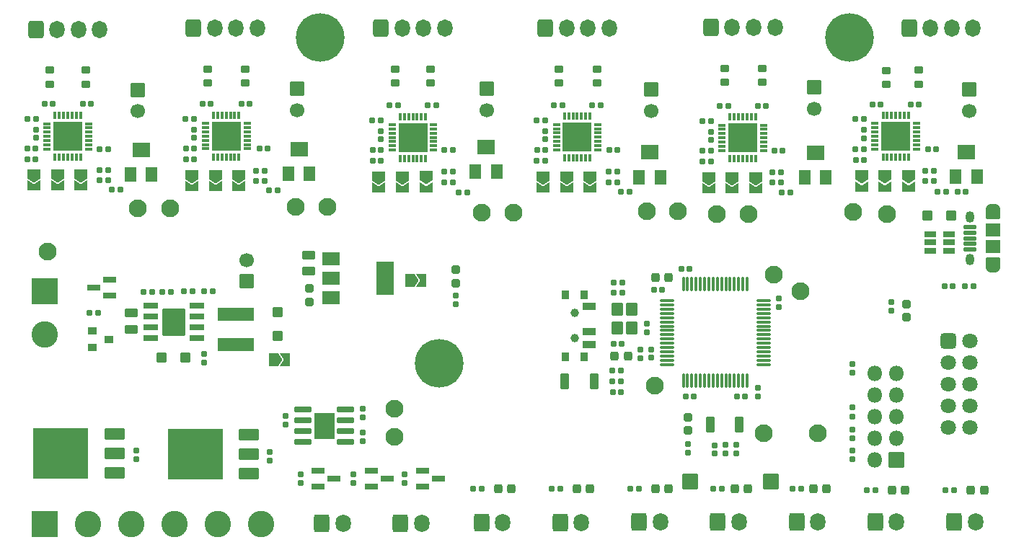
<source format=gbr>
%TF.GenerationSoftware,KiCad,Pcbnew,(6.0.0)*%
%TF.CreationDate,2022-02-28T19:19:02-05:00*%
%TF.ProjectId,MP3DP_Controller,4d503344-505f-4436-9f6e-74726f6c6c65,rev?*%
%TF.SameCoordinates,Original*%
%TF.FileFunction,Soldermask,Top*%
%TF.FilePolarity,Negative*%
%FSLAX46Y46*%
G04 Gerber Fmt 4.6, Leading zero omitted, Abs format (unit mm)*
G04 Created by KiCad (PCBNEW (6.0.0)) date 2022-02-28 19:19:02*
%MOMM*%
%LPD*%
G01*
G04 APERTURE LIST*
G04 Aperture macros list*
%AMRoundRect*
0 Rectangle with rounded corners*
0 $1 Rounding radius*
0 $2 $3 $4 $5 $6 $7 $8 $9 X,Y pos of 4 corners*
0 Add a 4 corners polygon primitive as box body*
4,1,4,$2,$3,$4,$5,$6,$7,$8,$9,$2,$3,0*
0 Add four circle primitives for the rounded corners*
1,1,$1+$1,$2,$3*
1,1,$1+$1,$4,$5*
1,1,$1+$1,$6,$7*
1,1,$1+$1,$8,$9*
0 Add four rect primitives between the rounded corners*
20,1,$1+$1,$2,$3,$4,$5,0*
20,1,$1+$1,$4,$5,$6,$7,0*
20,1,$1+$1,$6,$7,$8,$9,0*
20,1,$1+$1,$8,$9,$2,$3,0*%
%AMFreePoly0*
4,1,16,0.535355,0.785355,0.541603,0.777735,1.041603,0.027735,1.049029,-0.009806,1.041603,-0.027735,0.541603,-0.777735,0.509806,-0.799029,0.500000,-0.800000,-0.500000,-0.800000,-0.535355,-0.785355,-0.550000,-0.750000,-0.550000,0.750000,-0.535355,0.785355,-0.500000,0.800000,0.500000,0.800000,0.535355,0.785355,0.535355,0.785355,$1*%
%AMFreePoly1*
4,1,16,0.535355,0.785355,0.550000,0.750000,0.550000,-0.750000,0.535355,-0.785355,0.500000,-0.800000,-0.650000,-0.800000,-0.685355,-0.785355,-0.700000,-0.750000,-0.691603,-0.722265,-0.210093,0.000000,-0.691603,0.722265,-0.699029,0.759806,-0.677735,0.791603,-0.650000,0.800000,0.500000,0.800000,0.535355,0.785355,0.535355,0.785355,$1*%
G04 Aperture macros list end*
%ADD10RoundRect,0.190000X0.140000X0.170000X-0.140000X0.170000X-0.140000X-0.170000X0.140000X-0.170000X0*%
%ADD11C,2.100000*%
%ADD12RoundRect,0.250000X0.275000X-0.200000X0.275000X0.200000X-0.275000X0.200000X-0.275000X-0.200000X0*%
%ADD13C,5.700000*%
%ADD14RoundRect,0.300000X-0.600000X-0.725000X0.600000X-0.725000X0.600000X0.725000X-0.600000X0.725000X0*%
%ADD15O,1.800000X2.050000*%
%ADD16RoundRect,0.268750X-0.218750X-0.256250X0.218750X-0.256250X0.218750X0.256250X-0.218750X0.256250X0*%
%ADD17RoundRect,0.185000X-0.135000X-0.185000X0.135000X-0.185000X0.135000X0.185000X-0.135000X0.185000X0*%
%ADD18FreePoly0,270.000000*%
%ADD19FreePoly1,270.000000*%
%ADD20RoundRect,0.190000X-0.140000X-0.170000X0.140000X-0.170000X0.140000X0.170000X-0.140000X0.170000X0*%
%ADD21RoundRect,0.050000X0.650000X0.800000X-0.650000X0.800000X-0.650000X-0.800000X0.650000X-0.800000X0*%
%ADD22RoundRect,0.050000X1.000000X0.800000X-1.000000X0.800000X-1.000000X-0.800000X1.000000X-0.800000X0*%
%ADD23RoundRect,0.300000X-0.600000X-0.750000X0.600000X-0.750000X0.600000X0.750000X-0.600000X0.750000X0*%
%ADD24O,1.800000X2.100000*%
%ADD25FreePoly0,0.000000*%
%ADD26FreePoly1,0.000000*%
%ADD27RoundRect,0.125000X-0.700000X-0.075000X0.700000X-0.075000X0.700000X0.075000X-0.700000X0.075000X0*%
%ADD28RoundRect,0.125000X-0.075000X-0.700000X0.075000X-0.700000X0.075000X0.700000X-0.075000X0.700000X0*%
%ADD29RoundRect,0.050000X1.100000X0.600000X-1.100000X0.600000X-1.100000X-0.600000X1.100000X-0.600000X0*%
%ADD30RoundRect,0.050000X3.200000X2.900000X-3.200000X2.900000X-3.200000X-2.900000X3.200000X-2.900000X0*%
%ADD31RoundRect,0.185000X0.135000X0.185000X-0.135000X0.185000X-0.135000X-0.185000X0.135000X-0.185000X0*%
%ADD32RoundRect,0.185000X0.185000X-0.135000X0.185000X0.135000X-0.185000X0.135000X-0.185000X-0.135000X0*%
%ADD33RoundRect,0.050000X0.850000X0.850000X-0.850000X0.850000X-0.850000X-0.850000X0.850000X-0.850000X0*%
%ADD34O,1.800000X1.800000*%
%ADD35RoundRect,0.112500X-0.337500X-0.062500X0.337500X-0.062500X0.337500X0.062500X-0.337500X0.062500X0*%
%ADD36RoundRect,0.112500X-0.062500X-0.337500X0.062500X-0.337500X0.062500X0.337500X-0.062500X0.337500X0*%
%ADD37RoundRect,0.050000X-1.675000X-1.675000X1.675000X-1.675000X1.675000X1.675000X-1.675000X1.675000X0*%
%ADD38RoundRect,0.200000X-0.587500X-0.150000X0.587500X-0.150000X0.587500X0.150000X-0.587500X0.150000X0*%
%ADD39RoundRect,0.050000X-0.400000X0.500000X-0.400000X-0.500000X0.400000X-0.500000X0.400000X0.500000X0*%
%ADD40C,1.000000*%
%ADD41RoundRect,0.050000X-0.750000X0.350000X-0.750000X-0.350000X0.750000X-0.350000X0.750000X0.350000X0*%
%ADD42RoundRect,0.050000X-0.450000X-0.850000X0.450000X-0.850000X0.450000X0.850000X-0.450000X0.850000X0*%
%ADD43RoundRect,0.190000X0.170000X-0.140000X0.170000X0.140000X-0.170000X0.140000X-0.170000X-0.140000X0*%
%ADD44RoundRect,0.050000X-0.800000X0.800000X-0.800000X-0.800000X0.800000X-0.800000X0.800000X0.800000X0*%
%ADD45C,1.700000*%
%ADD46RoundRect,0.275000X0.225000X0.250000X-0.225000X0.250000X-0.225000X-0.250000X0.225000X-0.250000X0*%
%ADD47RoundRect,0.050000X-1.500000X-1.500000X1.500000X-1.500000X1.500000X1.500000X-1.500000X1.500000X0*%
%ADD48C,3.100000*%
%ADD49RoundRect,0.190000X-0.170000X0.140000X-0.170000X-0.140000X0.170000X-0.140000X0.170000X0.140000X0*%
%ADD50RoundRect,0.268750X0.256250X-0.218750X0.256250X0.218750X-0.256250X0.218750X-0.256250X-0.218750X0*%
%ADD51RoundRect,0.268750X-0.256250X0.218750X-0.256250X-0.218750X0.256250X-0.218750X0.256250X0.218750X0*%
%ADD52RoundRect,0.050000X0.550000X0.550000X-0.550000X0.550000X-0.550000X-0.550000X0.550000X-0.550000X0*%
%ADD53RoundRect,0.275000X-0.250000X0.225000X-0.250000X-0.225000X0.250000X-0.225000X0.250000X0.225000X0*%
%ADD54RoundRect,0.050000X0.775000X0.300000X-0.775000X0.300000X-0.775000X-0.300000X0.775000X-0.300000X0*%
%ADD55RoundRect,0.050000X1.300000X1.550000X-1.300000X1.550000X-1.300000X-1.550000X1.300000X-1.550000X0*%
%ADD56RoundRect,0.200000X0.587500X0.150000X-0.587500X0.150000X-0.587500X-0.150000X0.587500X-0.150000X0*%
%ADD57RoundRect,0.185000X-0.185000X0.135000X-0.185000X-0.135000X0.185000X-0.135000X0.185000X0.135000X0*%
%ADD58RoundRect,0.300000X-0.475000X0.250000X-0.475000X-0.250000X0.475000X-0.250000X0.475000X0.250000X0*%
%ADD59RoundRect,0.050000X-1.000000X-0.750000X1.000000X-0.750000X1.000000X0.750000X-1.000000X0.750000X0*%
%ADD60RoundRect,0.050000X-1.000000X-1.900000X1.000000X-1.900000X1.000000X1.900000X-1.000000X1.900000X0*%
%ADD61RoundRect,0.050000X-0.600000X0.700000X-0.600000X-0.700000X0.600000X-0.700000X0.600000X0.700000X0*%
%ADD62RoundRect,0.050000X-0.450000X-0.400000X0.450000X-0.400000X0.450000X0.400000X-0.450000X0.400000X0*%
%ADD63RoundRect,0.050000X-0.850000X-0.850000X0.850000X-0.850000X0.850000X0.850000X-0.850000X0.850000X0*%
%ADD64RoundRect,0.200000X0.825000X0.150000X-0.825000X0.150000X-0.825000X-0.150000X0.825000X-0.150000X0*%
%ADD65RoundRect,0.050000X1.145000X1.500000X-1.145000X1.500000X-1.145000X-1.500000X1.145000X-1.500000X0*%
%ADD66RoundRect,0.050000X0.675000X-0.200000X0.675000X0.200000X-0.675000X0.200000X-0.675000X-0.200000X0*%
%ADD67RoundRect,0.050000X0.775000X-0.750000X0.775000X0.750000X-0.775000X0.750000X-0.775000X-0.750000X0*%
%ADD68O,1.050000X1.350000*%
%ADD69O,1.650000X0.990000*%
%ADD70RoundRect,0.050000X0.775000X-0.600000X0.775000X0.600000X-0.775000X0.600000X-0.775000X-0.600000X0*%
%ADD71RoundRect,0.275000X-0.225000X-0.250000X0.225000X-0.250000X0.225000X0.250000X-0.225000X0.250000X0*%
%ADD72RoundRect,0.050000X0.800000X-0.800000X0.800000X0.800000X-0.800000X0.800000X-0.800000X-0.800000X0*%
%ADD73RoundRect,0.050000X2.100000X-0.750000X2.100000X0.750000X-2.100000X0.750000X-2.100000X-0.750000X0*%
%ADD74RoundRect,0.050000X-1.500000X1.500000X-1.500000X-1.500000X1.500000X-1.500000X1.500000X1.500000X0*%
%ADD75RoundRect,0.200000X0.512500X0.150000X-0.512500X0.150000X-0.512500X-0.150000X0.512500X-0.150000X0*%
%ADD76RoundRect,0.300000X-0.600000X-0.600000X0.600000X-0.600000X0.600000X0.600000X-0.600000X0.600000X0*%
%ADD77C,1.800000*%
%ADD78RoundRect,0.050000X-0.550000X-0.550000X0.550000X-0.550000X0.550000X0.550000X-0.550000X0.550000X0*%
%ADD79RoundRect,0.050000X0.550000X-0.550000X0.550000X0.550000X-0.550000X0.550000X-0.550000X-0.550000X0*%
G04 APERTURE END LIST*
D10*
%TO.C,C2*%
X107577500Y-57825000D03*
X106617500Y-57825000D03*
%TD*%
D11*
%TO.C,TP17*%
X116300000Y-77150000D03*
%TD*%
D12*
%TO.C,R13*%
X55430000Y-36041190D03*
X55430000Y-34391190D03*
%TD*%
D13*
%TO.C,H2*%
X64250000Y-30650000D03*
%TD*%
D14*
%TO.C,J8*%
X90650000Y-29588629D03*
D15*
X93150000Y-29588629D03*
X95650000Y-29588629D03*
X98150000Y-29588629D03*
%TD*%
D16*
%TO.C,L1*%
X98797500Y-68125000D03*
X100372500Y-68125000D03*
%TD*%
D17*
%TO.C,R62*%
X91370000Y-83625000D03*
X92390000Y-83625000D03*
%TD*%
D18*
%TO.C,JP3*%
X73900000Y-46900000D03*
D19*
X73900000Y-48350000D03*
%TD*%
D20*
%TO.C,C17*%
X48450000Y-43741190D03*
X49410000Y-43741190D03*
%TD*%
D17*
%TO.C,R58*%
X110340000Y-83625000D03*
X111360000Y-83625000D03*
%TD*%
D21*
%TO.C,RV5*%
X121100000Y-47100000D03*
D22*
X122350000Y-44200000D03*
D21*
X123600000Y-47100000D03*
%TD*%
D18*
%TO.C,JP2*%
X54680000Y-46741190D03*
D19*
X54680000Y-48191190D03*
%TD*%
D23*
%TO.C,J18*%
X129400000Y-87600000D03*
D24*
X131900000Y-87600000D03*
%TD*%
D25*
%TO.C,JP14*%
X74675000Y-59175000D03*
D26*
X76125000Y-59175000D03*
%TD*%
D20*
%TO.C,C11*%
X103387500Y-60325000D03*
X104347500Y-60325000D03*
%TD*%
D18*
%TO.C,JP6*%
X49180000Y-46766190D03*
D19*
X49180000Y-48216190D03*
%TD*%
D23*
%TO.C,J11*%
X110900000Y-87600000D03*
D24*
X113400000Y-87600000D03*
%TD*%
D20*
%TO.C,C36*%
X29830000Y-43708811D03*
X30790000Y-43708811D03*
%TD*%
D27*
%TO.C,U4*%
X104922500Y-61575000D03*
X104922500Y-62075000D03*
X104922500Y-62575000D03*
X104922500Y-63075000D03*
X104922500Y-63575000D03*
X104922500Y-64075000D03*
X104922500Y-64575000D03*
X104922500Y-65075000D03*
X104922500Y-65575000D03*
X104922500Y-66075000D03*
X104922500Y-66575000D03*
X104922500Y-67075000D03*
X104922500Y-67575000D03*
X104922500Y-68075000D03*
X104922500Y-68575000D03*
X104922500Y-69075000D03*
D28*
X106847500Y-71000000D03*
X107347500Y-71000000D03*
X107847500Y-71000000D03*
X108347500Y-71000000D03*
X108847500Y-71000000D03*
X109347500Y-71000000D03*
X109847500Y-71000000D03*
X110347500Y-71000000D03*
X110847500Y-71000000D03*
X111347500Y-71000000D03*
X111847500Y-71000000D03*
X112347500Y-71000000D03*
X112847500Y-71000000D03*
X113347500Y-71000000D03*
X113847500Y-71000000D03*
X114347500Y-71000000D03*
D27*
X116272500Y-69075000D03*
X116272500Y-68575000D03*
X116272500Y-68075000D03*
X116272500Y-67575000D03*
X116272500Y-67075000D03*
X116272500Y-66575000D03*
X116272500Y-66075000D03*
X116272500Y-65575000D03*
X116272500Y-65075000D03*
X116272500Y-64575000D03*
X116272500Y-64075000D03*
X116272500Y-63575000D03*
X116272500Y-63075000D03*
X116272500Y-62575000D03*
X116272500Y-62075000D03*
X116272500Y-61575000D03*
D28*
X114347500Y-59650000D03*
X113847500Y-59650000D03*
X113347500Y-59650000D03*
X112847500Y-59650000D03*
X112347500Y-59650000D03*
X111847500Y-59650000D03*
X111347500Y-59650000D03*
X110847500Y-59650000D03*
X110347500Y-59650000D03*
X109847500Y-59650000D03*
X109347500Y-59650000D03*
X108847500Y-59650000D03*
X108347500Y-59650000D03*
X107847500Y-59650000D03*
X107347500Y-59650000D03*
X106847500Y-59650000D03*
%TD*%
D14*
%TO.C,J13*%
X133370000Y-29539758D03*
D15*
X135870000Y-29539758D03*
X138370000Y-29539758D03*
X140870000Y-29539758D03*
%TD*%
D29*
%TO.C,Q2*%
X55850000Y-81880000D03*
X55850000Y-79600000D03*
D30*
X49550000Y-79600000D03*
D29*
X55850000Y-77320000D03*
%TD*%
D12*
%TO.C,R55*%
X130650000Y-36175000D03*
X130650000Y-34525000D03*
%TD*%
D14*
%TO.C,J12*%
X110100000Y-29513629D03*
D15*
X112600000Y-29513629D03*
X115100000Y-29513629D03*
X117600000Y-29513629D03*
%TD*%
D12*
%TO.C,R15*%
X50980000Y-36041190D03*
X50980000Y-34391190D03*
%TD*%
D17*
%TO.C,R65*%
X100630000Y-83625000D03*
X101650000Y-83625000D03*
%TD*%
D11*
%TO.C,TP13*%
X130725000Y-51375000D03*
%TD*%
D10*
%TO.C,C64*%
X130030000Y-38517621D03*
X129070000Y-38517621D03*
%TD*%
D20*
%TO.C,C19*%
X70390000Y-45150000D03*
X71350000Y-45150000D03*
%TD*%
D10*
%TO.C,C51*%
X136530000Y-43767621D03*
X135570000Y-43767621D03*
%TD*%
%TO.C,C27*%
X51390000Y-38491190D03*
X50430000Y-38491190D03*
%TD*%
D20*
%TO.C,C49*%
X139045000Y-48775000D03*
X140005000Y-48775000D03*
%TD*%
D17*
%TO.C,R5*%
X98540000Y-71050000D03*
X99560000Y-71050000D03*
%TD*%
%TO.C,R26*%
X78790000Y-46450000D03*
X79810000Y-46450000D03*
%TD*%
D31*
%TO.C,R10*%
X79810000Y-47650000D03*
X78790000Y-47650000D03*
%TD*%
D17*
%TO.C,R1*%
X70340000Y-40400000D03*
X71360000Y-40400000D03*
%TD*%
D32*
%TO.C,R23*%
X126700000Y-70050000D03*
X126700000Y-69030000D03*
%TD*%
D20*
%TO.C,C39*%
X29850000Y-44958811D03*
X30810000Y-44958811D03*
%TD*%
D18*
%TO.C,JP5*%
X71100000Y-46900000D03*
D19*
X71100000Y-48350000D03*
%TD*%
D33*
%TO.C,J2*%
X131850000Y-80250000D03*
D34*
X129310000Y-80250000D03*
X131850000Y-77710000D03*
X129310000Y-77710000D03*
X131850000Y-75170000D03*
X129310000Y-75170000D03*
X131850000Y-72630000D03*
X129310000Y-72630000D03*
X131850000Y-70090000D03*
X129310000Y-70090000D03*
%TD*%
D35*
%TO.C,U2*%
X50730000Y-40741190D03*
X50730000Y-41241190D03*
X50730000Y-41741190D03*
X50730000Y-42241190D03*
X50730000Y-42741190D03*
X50730000Y-43241190D03*
X50730000Y-43741190D03*
D36*
X51680000Y-44691190D03*
X52180000Y-44691190D03*
X52680000Y-44691190D03*
X53180000Y-44691190D03*
X53680000Y-44691190D03*
X54180000Y-44691190D03*
X54680000Y-44691190D03*
D35*
X55630000Y-43741190D03*
X55630000Y-43241190D03*
X55630000Y-42741190D03*
X55630000Y-42241190D03*
X55630000Y-41741190D03*
X55630000Y-41241190D03*
X55630000Y-40741190D03*
D36*
X54680000Y-39791190D03*
X54180000Y-39791190D03*
X53680000Y-39791190D03*
X53180000Y-39791190D03*
X52680000Y-39791190D03*
X52180000Y-39791190D03*
X51680000Y-39791190D03*
D37*
X53180000Y-42241190D03*
%TD*%
D11*
%TO.C,TP6*%
X72950000Y-74250000D03*
%TD*%
D38*
%TO.C,Q5*%
X70212500Y-81525000D03*
X70212500Y-83425000D03*
X72087500Y-82475000D03*
%TD*%
D14*
%TO.C,J7*%
X30830000Y-29698569D03*
D15*
X33330000Y-29698569D03*
X35830000Y-29698569D03*
X38330000Y-29698569D03*
%TD*%
D20*
%TO.C,C20*%
X48470000Y-44991190D03*
X49430000Y-44991190D03*
%TD*%
D18*
%TO.C,JP1*%
X76650000Y-46875000D03*
D19*
X76650000Y-48325000D03*
%TD*%
D10*
%TO.C,C61*%
X112100000Y-38706250D03*
X111140000Y-38706250D03*
%TD*%
D39*
%TO.C,SW1*%
X92970000Y-68150000D03*
X95180000Y-60850000D03*
X95180000Y-68150000D03*
X92970000Y-60850000D03*
D40*
X94070000Y-63000000D03*
X94070000Y-66000000D03*
D41*
X95830000Y-62250000D03*
X95830000Y-65250000D03*
X95830000Y-66750000D03*
%TD*%
D14*
%TO.C,J3*%
X71350000Y-29594879D03*
D15*
X73850000Y-29594879D03*
X76350000Y-29594879D03*
X78850000Y-29594879D03*
%TD*%
D31*
%TO.C,R37*%
X99110000Y-47650000D03*
X98090000Y-47650000D03*
%TD*%
D10*
%TO.C,C7*%
X58060000Y-43741190D03*
X57100000Y-43741190D03*
%TD*%
D42*
%TO.C,SW2*%
X92950000Y-71050000D03*
X96350000Y-71050000D03*
%TD*%
D43*
%TO.C,C15*%
X49430000Y-42471190D03*
X49430000Y-41511190D03*
%TD*%
D21*
%TO.C,RV6*%
X138850000Y-47000000D03*
D22*
X140100000Y-44100000D03*
D21*
X141350000Y-47000000D03*
%TD*%
D43*
%TO.C,C55*%
X128050000Y-42497621D03*
X128050000Y-41537621D03*
%TD*%
D11*
%TO.C,TP19*%
X106250000Y-51100000D03*
%TD*%
D44*
%TO.C,C66*%
X140450000Y-36767621D03*
D45*
X140450000Y-39267621D03*
%TD*%
D46*
%TO.C,C52*%
X86675000Y-83625000D03*
X85125000Y-83625000D03*
%TD*%
D35*
%TO.C,U7*%
X91950000Y-40881250D03*
X91950000Y-41381250D03*
X91950000Y-41881250D03*
X91950000Y-42381250D03*
X91950000Y-42881250D03*
X91950000Y-43381250D03*
X91950000Y-43881250D03*
D36*
X92900000Y-44831250D03*
X93400000Y-44831250D03*
X93900000Y-44831250D03*
X94400000Y-44831250D03*
X94900000Y-44831250D03*
X95400000Y-44831250D03*
X95900000Y-44831250D03*
D35*
X96850000Y-43881250D03*
X96850000Y-43381250D03*
X96850000Y-42881250D03*
X96850000Y-42381250D03*
X96850000Y-41881250D03*
X96850000Y-41381250D03*
X96850000Y-40881250D03*
D36*
X95900000Y-39931250D03*
X95400000Y-39931250D03*
X94900000Y-39931250D03*
X94400000Y-39931250D03*
X93900000Y-39931250D03*
X93400000Y-39931250D03*
X92900000Y-39931250D03*
D37*
X94400000Y-42381250D03*
%TD*%
D18*
%TO.C,JP11*%
X93150000Y-46906250D03*
D19*
X93150000Y-48356250D03*
%TD*%
D12*
%TO.C,R14*%
X73050000Y-36037500D03*
X73050000Y-34387500D03*
%TD*%
D46*
%TO.C,C67*%
X123675000Y-83625000D03*
X122125000Y-83625000D03*
%TD*%
D20*
%TO.C,C41*%
X137500000Y-59900000D03*
X138460000Y-59900000D03*
%TD*%
D10*
%TO.C,C25*%
X114077500Y-72825000D03*
X113117500Y-72825000D03*
%TD*%
D20*
%TO.C,C16*%
X70370000Y-43900000D03*
X71330000Y-43900000D03*
%TD*%
%TO.C,C23*%
X54950000Y-38491190D03*
X55910000Y-38491190D03*
%TD*%
D32*
%TO.C,R21*%
X126700000Y-77710000D03*
X126700000Y-76690000D03*
%TD*%
D17*
%TO.C,R34*%
X99540000Y-48800000D03*
X100560000Y-48800000D03*
%TD*%
D31*
%TO.C,R11*%
X57680000Y-47491190D03*
X56660000Y-47491190D03*
%TD*%
D47*
%TO.C,J6*%
X31850000Y-87775000D03*
D48*
X36930000Y-87775000D03*
X42010000Y-87775000D03*
X47090000Y-87775000D03*
X52170000Y-87775000D03*
X57250000Y-87775000D03*
%TD*%
D46*
%TO.C,C70*%
X142175000Y-83800000D03*
X140625000Y-83800000D03*
%TD*%
D38*
%TO.C,Q6*%
X76212500Y-81525000D03*
X76212500Y-83425000D03*
X78087500Y-82475000D03*
%TD*%
D11*
%TO.C,TP3*%
X103522500Y-71525000D03*
%TD*%
D17*
%TO.C,R32*%
X89640000Y-40381250D03*
X90660000Y-40381250D03*
%TD*%
D20*
%TO.C,C40*%
X89650000Y-45131250D03*
X90610000Y-45131250D03*
%TD*%
D12*
%TO.C,R39*%
X32430000Y-36166190D03*
X32430000Y-34516190D03*
%TD*%
D17*
%TO.C,R46*%
X109090000Y-40456250D03*
X110110000Y-40456250D03*
%TD*%
D49*
%TO.C,C48*%
X60125000Y-75145000D03*
X60125000Y-76105000D03*
%TD*%
D23*
%TO.C,J17*%
X64400000Y-87725000D03*
D24*
X66900000Y-87725000D03*
%TD*%
D50*
%TO.C,D2*%
X107400000Y-76837500D03*
X107400000Y-75262500D03*
%TD*%
D46*
%TO.C,C68*%
X105100000Y-83625000D03*
X103550000Y-83625000D03*
%TD*%
D38*
%TO.C,Q4*%
X63962500Y-81525000D03*
X63962500Y-83425000D03*
X65837500Y-82475000D03*
%TD*%
D43*
%TO.C,C54*%
X110100000Y-42706250D03*
X110100000Y-41746250D03*
%TD*%
D20*
%TO.C,C45*%
X96170000Y-38631250D03*
X97130000Y-38631250D03*
%TD*%
D17*
%TO.C,R69*%
X137640000Y-83800000D03*
X138660000Y-83800000D03*
%TD*%
D18*
%TO.C,JP12*%
X30630000Y-46641190D03*
D19*
X30630000Y-48091190D03*
%TD*%
D20*
%TO.C,C59*%
X127090000Y-45017621D03*
X128050000Y-45017621D03*
%TD*%
D17*
%TO.C,R2*%
X48420000Y-40241190D03*
X49440000Y-40241190D03*
%TD*%
D51*
%TO.C,D3*%
X133050000Y-61962500D03*
X133050000Y-63537500D03*
%TD*%
D11*
%TO.C,TP9*%
X114500000Y-51400000D03*
%TD*%
D52*
%TO.C,D5*%
X48425000Y-68250000D03*
X45625000Y-68250000D03*
%TD*%
D53*
%TO.C,C32*%
X62925000Y-60150000D03*
X62925000Y-61700000D03*
%TD*%
D11*
%TO.C,TP11*%
X65050000Y-50600000D03*
%TD*%
D54*
%TO.C,U3*%
X49725000Y-66005000D03*
X49725000Y-64735000D03*
X49725000Y-63465000D03*
X49725000Y-62195000D03*
X44325000Y-62195000D03*
X44325000Y-63465000D03*
X44325000Y-64735000D03*
X44325000Y-66005000D03*
D55*
X47025000Y-64100000D03*
%TD*%
D17*
%TO.C,R67*%
X128390000Y-83800000D03*
X129410000Y-83800000D03*
%TD*%
%TO.C,R57*%
X82150000Y-83625000D03*
X83170000Y-83625000D03*
%TD*%
%TO.C,R44*%
X139940000Y-59900000D03*
X140960000Y-59900000D03*
%TD*%
D11*
%TO.C,TP21*%
X86900000Y-51250000D03*
%TD*%
D14*
%TO.C,J4*%
X49330000Y-29598569D03*
D15*
X51830000Y-29598569D03*
X54330000Y-29598569D03*
X56830000Y-29598569D03*
%TD*%
D20*
%TO.C,C44*%
X36350000Y-38491190D03*
X37310000Y-38491190D03*
%TD*%
D17*
%TO.C,R41*%
X38270000Y-46241190D03*
X39290000Y-46241190D03*
%TD*%
D11*
%TO.C,TP7*%
X46600000Y-50750000D03*
%TD*%
D10*
%TO.C,C31*%
X39310000Y-43791190D03*
X38350000Y-43791190D03*
%TD*%
D11*
%TO.C,TP20*%
X102550000Y-51100000D03*
%TD*%
D56*
%TO.C,Q1*%
X39512500Y-61000000D03*
X39512500Y-59100000D03*
X37637500Y-60050000D03*
%TD*%
D44*
%TO.C,C65*%
X122250000Y-36517621D03*
D45*
X122250000Y-39017621D03*
%TD*%
D11*
%TO.C,TP22*%
X83200000Y-51250000D03*
%TD*%
D17*
%TO.C,R59*%
X117340000Y-46500000D03*
X118360000Y-46500000D03*
%TD*%
D12*
%TO.C,R12*%
X77200000Y-36037500D03*
X77200000Y-34387500D03*
%TD*%
D18*
%TO.C,JP17*%
X112600000Y-46981250D03*
D19*
X112600000Y-48431250D03*
%TD*%
D23*
%TO.C,J16*%
X101650000Y-87600000D03*
D24*
X104150000Y-87600000D03*
%TD*%
D10*
%TO.C,C33*%
X99130000Y-43900000D03*
X98170000Y-43900000D03*
%TD*%
D35*
%TO.C,U11*%
X129350000Y-40767621D03*
X129350000Y-41267621D03*
X129350000Y-41767621D03*
X129350000Y-42267621D03*
X129350000Y-42767621D03*
X129350000Y-43267621D03*
X129350000Y-43767621D03*
D36*
X130300000Y-44717621D03*
X130800000Y-44717621D03*
X131300000Y-44717621D03*
X131800000Y-44717621D03*
X132300000Y-44717621D03*
X132800000Y-44717621D03*
X133300000Y-44717621D03*
D35*
X134250000Y-43767621D03*
X134250000Y-43267621D03*
X134250000Y-42767621D03*
X134250000Y-42267621D03*
X134250000Y-41767621D03*
X134250000Y-41267621D03*
X134250000Y-40767621D03*
D36*
X133300000Y-39817621D03*
X132800000Y-39817621D03*
X132300000Y-39817621D03*
X131800000Y-39817621D03*
X131300000Y-39817621D03*
X130800000Y-39817621D03*
X130300000Y-39817621D03*
D37*
X131800000Y-42267621D03*
%TD*%
D21*
%TO.C,RV2*%
X60480000Y-46691190D03*
D22*
X61730000Y-43791190D03*
D21*
X62980000Y-46691190D03*
%TD*%
D12*
%TO.C,R38*%
X96720000Y-36031250D03*
X96720000Y-34381250D03*
%TD*%
D18*
%TO.C,JP4*%
X51930000Y-46766190D03*
D19*
X51930000Y-48216190D03*
%TD*%
D20*
%TO.C,C56*%
X109120000Y-43956250D03*
X110080000Y-43956250D03*
%TD*%
D46*
%TO.C,C60*%
X95905000Y-83625000D03*
X94355000Y-83625000D03*
%TD*%
D11*
%TO.C,TP12*%
X61350000Y-50600000D03*
%TD*%
D46*
%TO.C,C53*%
X114425000Y-83625000D03*
X112875000Y-83625000D03*
%TD*%
D17*
%TO.C,R29*%
X50590000Y-60500000D03*
X51610000Y-60500000D03*
%TD*%
D10*
%TO.C,C42*%
X32810000Y-38491190D03*
X31850000Y-38491190D03*
%TD*%
D57*
%TO.C,R24*%
X111800000Y-78540000D03*
X111800000Y-79560000D03*
%TD*%
D32*
%TO.C,R20*%
X126700000Y-80210000D03*
X126700000Y-79190000D03*
%TD*%
D18*
%TO.C,JP15*%
X115350000Y-46981250D03*
D19*
X115350000Y-48431250D03*
%TD*%
D18*
%TO.C,JP19*%
X109850000Y-46981250D03*
D19*
X109850000Y-48431250D03*
%TD*%
D20*
%TO.C,C58*%
X109120000Y-45206250D03*
X110080000Y-45206250D03*
%TD*%
D21*
%TO.C,RV3*%
X41930000Y-46791190D03*
D22*
X43180000Y-43891190D03*
D21*
X44430000Y-46791190D03*
%TD*%
D13*
%TO.C,H3*%
X126400000Y-30650000D03*
%TD*%
D32*
%TO.C,R61*%
X42650000Y-80160000D03*
X42650000Y-79140000D03*
%TD*%
D12*
%TO.C,R52*%
X116100000Y-35956250D03*
X116100000Y-34306250D03*
%TD*%
D10*
%TO.C,C50*%
X118530000Y-43950000D03*
X117570000Y-43950000D03*
%TD*%
D17*
%TO.C,R7*%
X37090000Y-63050000D03*
X38110000Y-63050000D03*
%TD*%
%TO.C,R60*%
X135290000Y-46350000D03*
X136310000Y-46350000D03*
%TD*%
D20*
%TO.C,C63*%
X115620000Y-38706250D03*
X116580000Y-38706250D03*
%TD*%
D11*
%TO.C,TP1*%
X32200000Y-55850000D03*
%TD*%
D17*
%TO.C,R48*%
X118440000Y-48900000D03*
X119460000Y-48900000D03*
%TD*%
D57*
%TO.C,R45*%
X69200000Y-74280000D03*
X69200000Y-75300000D03*
%TD*%
D20*
%TO.C,C57*%
X127070000Y-43767621D03*
X128030000Y-43767621D03*
%TD*%
D10*
%TO.C,C6*%
X79780000Y-43900000D03*
X78820000Y-43900000D03*
%TD*%
D11*
%TO.C,TP14*%
X126800000Y-51175000D03*
%TD*%
D58*
%TO.C,C34*%
X62825000Y-56225000D03*
X62825000Y-58125000D03*
%TD*%
D17*
%TO.C,R27*%
X56660000Y-46291190D03*
X57680000Y-46291190D03*
%TD*%
D32*
%TO.C,R6*%
X102535000Y-65335000D03*
X102535000Y-64315000D03*
%TD*%
D20*
%TO.C,C9*%
X107117500Y-72825000D03*
X108077500Y-72825000D03*
%TD*%
D23*
%TO.C,J14*%
X92400000Y-87625000D03*
D24*
X94900000Y-87625000D03*
%TD*%
D32*
%TO.C,R43*%
X69200000Y-78050000D03*
X69200000Y-77030000D03*
%TD*%
D44*
%TO.C,C46*%
X42780000Y-36808811D03*
D45*
X42780000Y-39308811D03*
%TD*%
D17*
%TO.C,R4*%
X98680000Y-59450000D03*
X99700000Y-59450000D03*
%TD*%
D59*
%TO.C,U5*%
X65525000Y-56625000D03*
X65525000Y-58925000D03*
D60*
X71825000Y-58925000D03*
D59*
X65525000Y-61225000D03*
%TD*%
D32*
%TO.C,R22*%
X126700000Y-75160000D03*
X126700000Y-74140000D03*
%TD*%
D31*
%TO.C,R17*%
X44460000Y-60515000D03*
X43440000Y-60515000D03*
%TD*%
D18*
%TO.C,JP16*%
X133300000Y-46792621D03*
D19*
X133300000Y-48242621D03*
%TD*%
D61*
%TO.C,Y1*%
X99085000Y-62565000D03*
X99085000Y-64765000D03*
X100785000Y-64765000D03*
X100785000Y-62565000D03*
%TD*%
D11*
%TO.C,TP10*%
X110800000Y-51400000D03*
%TD*%
D20*
%TO.C,C26*%
X76870000Y-38650000D03*
X77830000Y-38650000D03*
%TD*%
D57*
%TO.C,R66*%
X68150000Y-81965000D03*
X68150000Y-82985000D03*
%TD*%
%TO.C,R19*%
X113050000Y-78540000D03*
X113050000Y-79560000D03*
%TD*%
D23*
%TO.C,J20*%
X138650000Y-87600000D03*
D24*
X141150000Y-87600000D03*
%TD*%
D18*
%TO.C,JP10*%
X33380000Y-46641190D03*
D19*
X33380000Y-48091190D03*
%TD*%
D44*
%TO.C,C28*%
X83750000Y-36705121D03*
D45*
X83750000Y-39205121D03*
%TD*%
D35*
%TO.C,U10*%
X111400000Y-40956250D03*
X111400000Y-41456250D03*
X111400000Y-41956250D03*
X111400000Y-42456250D03*
X111400000Y-42956250D03*
X111400000Y-43456250D03*
X111400000Y-43956250D03*
D36*
X112350000Y-44906250D03*
X112850000Y-44906250D03*
X113350000Y-44906250D03*
X113850000Y-44906250D03*
X114350000Y-44906250D03*
X114850000Y-44906250D03*
X115350000Y-44906250D03*
D35*
X116300000Y-43956250D03*
X116300000Y-43456250D03*
X116300000Y-42956250D03*
X116300000Y-42456250D03*
X116300000Y-41956250D03*
X116300000Y-41456250D03*
X116300000Y-40956250D03*
D36*
X115350000Y-40006250D03*
X114850000Y-40006250D03*
X114350000Y-40006250D03*
X113850000Y-40006250D03*
X113350000Y-40006250D03*
X112850000Y-40006250D03*
X112350000Y-40006250D03*
D37*
X113850000Y-42456250D03*
%TD*%
D12*
%TO.C,R36*%
X36730000Y-36141190D03*
X36730000Y-34491190D03*
%TD*%
D62*
%TO.C,D1*%
X37450000Y-67050000D03*
X39450000Y-66100000D03*
X37450000Y-65150000D03*
%TD*%
D20*
%TO.C,C10*%
X98580000Y-72300000D03*
X99540000Y-72300000D03*
%TD*%
D32*
%TO.C,R25*%
X131250000Y-62720000D03*
X131250000Y-61700000D03*
%TD*%
D17*
%TO.C,R3*%
X98540000Y-69800000D03*
X99560000Y-69800000D03*
%TD*%
D63*
%TO.C,J21*%
X117100000Y-82800000D03*
%TD*%
D18*
%TO.C,JP8*%
X36130000Y-46666190D03*
D19*
X36130000Y-48116190D03*
%TD*%
D43*
%TO.C,C4*%
X118097500Y-62305000D03*
X118097500Y-61345000D03*
%TD*%
D20*
%TO.C,C8*%
X98675000Y-66665000D03*
X99635000Y-66665000D03*
%TD*%
D21*
%TO.C,RV4*%
X101650000Y-47050000D03*
D22*
X102900000Y-44150000D03*
D21*
X104150000Y-47050000D03*
%TD*%
D64*
%TO.C,U9*%
X67175000Y-78195000D03*
X67175000Y-76925000D03*
X67175000Y-75655000D03*
X67175000Y-74385000D03*
X62225000Y-74385000D03*
X62225000Y-75655000D03*
X62225000Y-76925000D03*
X62225000Y-78195000D03*
D65*
X64700000Y-76290000D03*
%TD*%
D43*
%TO.C,C24*%
X50550000Y-68810000D03*
X50550000Y-67850000D03*
%TD*%
D57*
%TO.C,R64*%
X61900000Y-81965000D03*
X61900000Y-82985000D03*
%TD*%
D17*
%TO.C,R63*%
X119690000Y-83650000D03*
X120710000Y-83650000D03*
%TD*%
D10*
%TO.C,C22*%
X73330000Y-38650000D03*
X72370000Y-38650000D03*
%TD*%
D17*
%TO.C,R33*%
X39770000Y-48541190D03*
X40790000Y-48541190D03*
%TD*%
D31*
%TO.C,R50*%
X118360000Y-47700000D03*
X117340000Y-47700000D03*
%TD*%
D43*
%TO.C,C37*%
X90650000Y-42591250D03*
X90650000Y-41631250D03*
%TD*%
D66*
%TO.C,J5*%
X140515000Y-55550000D03*
X140515000Y-54900000D03*
X140515000Y-54250000D03*
X140515000Y-53600000D03*
X140515000Y-52950000D03*
D67*
X143215000Y-55250000D03*
D68*
X140515000Y-56750000D03*
D69*
X143215000Y-57750000D03*
D67*
X143215000Y-53250000D03*
D70*
X143215000Y-57150000D03*
D68*
X140515000Y-51750000D03*
D70*
X143215000Y-51350000D03*
D69*
X143215000Y-50750000D03*
%TD*%
D17*
%TO.C,R9*%
X58220000Y-48591190D03*
X59240000Y-48591190D03*
%TD*%
D43*
%TO.C,C5*%
X115597500Y-72805000D03*
X115597500Y-71845000D03*
%TD*%
D25*
%TO.C,JP7*%
X58675000Y-68500000D03*
D26*
X60125000Y-68500000D03*
%TD*%
D71*
%TO.C,C1*%
X103572500Y-58825000D03*
X105122500Y-58825000D03*
%TD*%
D49*
%TO.C,C21*%
X103097500Y-67325000D03*
X103097500Y-68285000D03*
%TD*%
D58*
%TO.C,C12*%
X42075000Y-63015000D03*
X42075000Y-64915000D03*
%TD*%
D57*
%TO.C,R68*%
X74150000Y-81965000D03*
X74150000Y-82985000D03*
%TD*%
D72*
%TO.C,C30*%
X55600000Y-59300000D03*
D45*
X55600000Y-56800000D03*
%TD*%
D73*
%TO.C,L2*%
X54350000Y-66750000D03*
X54350000Y-63150000D03*
%TD*%
D49*
%TO.C,C13*%
X101847500Y-67345000D03*
X101847500Y-68305000D03*
%TD*%
D74*
%TO.C,J1*%
X31900000Y-60460000D03*
D48*
X31900000Y-65540000D03*
%TD*%
D17*
%TO.C,R42*%
X98090000Y-46450000D03*
X99110000Y-46450000D03*
%TD*%
%TO.C,R8*%
X80490000Y-48850000D03*
X81510000Y-48850000D03*
%TD*%
D75*
%TO.C,U8*%
X138087500Y-55700000D03*
X138087500Y-54750000D03*
X138087500Y-53800000D03*
X135812500Y-53800000D03*
X135812500Y-54750000D03*
X135812500Y-55700000D03*
%TD*%
D10*
%TO.C,C3*%
X99665000Y-60665000D03*
X98705000Y-60665000D03*
%TD*%
D32*
%TO.C,R28*%
X80150000Y-61985000D03*
X80150000Y-60965000D03*
%TD*%
%TO.C,R16*%
X107400000Y-79470000D03*
X107400000Y-78450000D03*
%TD*%
D20*
%TO.C,C38*%
X89670000Y-43881250D03*
X90630000Y-43881250D03*
%TD*%
D17*
%TO.C,R47*%
X127030000Y-40267621D03*
X128050000Y-40267621D03*
%TD*%
D49*
%TO.C,C18*%
X110550000Y-78570000D03*
X110550000Y-79530000D03*
%TD*%
D35*
%TO.C,U1*%
X72650000Y-40900000D03*
X72650000Y-41400000D03*
X72650000Y-41900000D03*
X72650000Y-42400000D03*
X72650000Y-42900000D03*
X72650000Y-43400000D03*
X72650000Y-43900000D03*
D36*
X73600000Y-44850000D03*
X74100000Y-44850000D03*
X74600000Y-44850000D03*
X75100000Y-44850000D03*
X75600000Y-44850000D03*
X76100000Y-44850000D03*
X76600000Y-44850000D03*
D35*
X77550000Y-43900000D03*
X77550000Y-43400000D03*
X77550000Y-42900000D03*
X77550000Y-42400000D03*
X77550000Y-41900000D03*
X77550000Y-41400000D03*
X77550000Y-40900000D03*
D36*
X76600000Y-39950000D03*
X76100000Y-39950000D03*
X75600000Y-39950000D03*
X75100000Y-39950000D03*
X74600000Y-39950000D03*
X74100000Y-39950000D03*
X73600000Y-39950000D03*
D37*
X75100000Y-42400000D03*
%TD*%
D31*
%TO.C,R51*%
X136310000Y-47550000D03*
X135290000Y-47550000D03*
%TD*%
D18*
%TO.C,JP20*%
X127800000Y-46792621D03*
D19*
X127800000Y-48242621D03*
%TD*%
D17*
%TO.C,R31*%
X29810000Y-40208811D03*
X30830000Y-40208811D03*
%TD*%
D23*
%TO.C,J15*%
X120150000Y-87600000D03*
D24*
X122650000Y-87600000D03*
%TD*%
D13*
%TO.C,H1*%
X78190000Y-68930000D03*
%TD*%
D44*
%TO.C,C47*%
X103050000Y-36767621D03*
D45*
X103050000Y-39267621D03*
%TD*%
D76*
%TO.C,J9*%
X137950000Y-66300000D03*
D77*
X140490000Y-66300000D03*
X137950000Y-68840000D03*
X140490000Y-68840000D03*
X137950000Y-71380000D03*
X140490000Y-71380000D03*
X137950000Y-73920000D03*
X140490000Y-73920000D03*
X137950000Y-76460000D03*
X140490000Y-76460000D03*
%TD*%
D11*
%TO.C,TP8*%
X42800000Y-50750000D03*
%TD*%
D18*
%TO.C,JP18*%
X130550000Y-46792621D03*
D19*
X130550000Y-48242621D03*
%TD*%
D23*
%TO.C,J10*%
X83170000Y-87625000D03*
D24*
X85670000Y-87625000D03*
%TD*%
D43*
%TO.C,C14*%
X71350000Y-42630000D03*
X71350000Y-41670000D03*
%TD*%
D11*
%TO.C,TP5*%
X72950000Y-77600000D03*
%TD*%
D63*
%TO.C,J22*%
X107650000Y-82850000D03*
%TD*%
D50*
%TO.C,D4*%
X80150000Y-59512500D03*
X80150000Y-57937500D03*
%TD*%
D78*
%TO.C,D6*%
X135475000Y-51550000D03*
X138275000Y-51550000D03*
%TD*%
D10*
%TO.C,C43*%
X92630000Y-38631250D03*
X91670000Y-38631250D03*
%TD*%
D17*
%TO.C,R49*%
X136690000Y-48800000D03*
X137710000Y-48800000D03*
%TD*%
D32*
%TO.C,R56*%
X58300000Y-80360000D03*
X58300000Y-79340000D03*
%TD*%
D11*
%TO.C,TP4*%
X117500000Y-58550000D03*
%TD*%
D20*
%TO.C,C62*%
X133570000Y-38517621D03*
X134530000Y-38517621D03*
%TD*%
D29*
%TO.C,Q3*%
X40050000Y-81830000D03*
D30*
X33750000Y-79550000D03*
D29*
X40050000Y-79550000D03*
X40050000Y-77270000D03*
%TD*%
D46*
%TO.C,C69*%
X132900000Y-83800000D03*
X131350000Y-83800000D03*
%TD*%
D11*
%TO.C,TP2*%
X120600000Y-60500000D03*
%TD*%
D17*
%TO.C,R30*%
X48240000Y-60500000D03*
X49260000Y-60500000D03*
%TD*%
D18*
%TO.C,JP9*%
X95900000Y-46906250D03*
D19*
X95900000Y-48356250D03*
%TD*%
D12*
%TO.C,R53*%
X134450000Y-36150000D03*
X134450000Y-34500000D03*
%TD*%
D42*
%TO.C,SW3*%
X110000000Y-76100000D03*
X113400000Y-76100000D03*
%TD*%
D31*
%TO.C,R18*%
X46710000Y-60515000D03*
X45690000Y-60515000D03*
%TD*%
D21*
%TO.C,RV1*%
X82450000Y-46450000D03*
D22*
X83700000Y-43550000D03*
D21*
X84950000Y-46450000D03*
%TD*%
D12*
%TO.C,R40*%
X92220000Y-36031250D03*
X92220000Y-34381250D03*
%TD*%
D18*
%TO.C,JP13*%
X90400000Y-46906250D03*
D19*
X90400000Y-48356250D03*
%TD*%
D23*
%TO.C,J19*%
X73650000Y-87700000D03*
D24*
X76150000Y-87700000D03*
%TD*%
D35*
%TO.C,U6*%
X32130000Y-40791190D03*
X32130000Y-41291190D03*
X32130000Y-41791190D03*
X32130000Y-42291190D03*
X32130000Y-42791190D03*
X32130000Y-43291190D03*
X32130000Y-43791190D03*
D36*
X33080000Y-44741190D03*
X33580000Y-44741190D03*
X34080000Y-44741190D03*
X34580000Y-44741190D03*
X35080000Y-44741190D03*
X35580000Y-44741190D03*
X36080000Y-44741190D03*
D35*
X37030000Y-43791190D03*
X37030000Y-43291190D03*
X37030000Y-42791190D03*
X37030000Y-42291190D03*
X37030000Y-41791190D03*
X37030000Y-41291190D03*
X37030000Y-40791190D03*
D36*
X36080000Y-39841190D03*
X35580000Y-39841190D03*
X35080000Y-39841190D03*
X34580000Y-39841190D03*
X34080000Y-39841190D03*
X33580000Y-39841190D03*
X33080000Y-39841190D03*
D37*
X34580000Y-42291190D03*
%TD*%
D44*
%TO.C,C29*%
X61480000Y-36708811D03*
D45*
X61480000Y-39208811D03*
%TD*%
D31*
%TO.C,R35*%
X39290000Y-47391190D03*
X38270000Y-47391190D03*
%TD*%
D43*
%TO.C,C35*%
X30830000Y-42458811D03*
X30830000Y-41498811D03*
%TD*%
D79*
%TO.C,D7*%
X59250000Y-65700000D03*
X59250000Y-62900000D03*
%TD*%
D12*
%TO.C,R54*%
X111700000Y-35956250D03*
X111700000Y-34306250D03*
%TD*%
D11*
%TO.C,TP18*%
X122650000Y-77150000D03*
%TD*%
M02*

</source>
